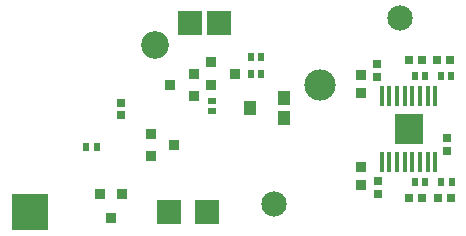
<source format=gbs>
G04 #@! TF.FileFunction,Soldermask,Bot*
%FSLAX46Y46*%
G04 Gerber Fmt 4.6, Leading zero omitted, Abs format (unit mm)*
G04 Created by KiCad (PCBNEW 0.201506222246+5806~23~ubuntu14.10.1-product) date Thu 09 Jul 2015 02:08:12 PM CDT*
%MOMM*%
G01*
G04 APERTURE LIST*
%ADD10C,0.100000*%
%ADD11R,3.152400X3.152400*%
%ADD12R,2.152400X2.152400*%
%ADD13C,2.152400*%
%ADD14R,0.652400X0.752400*%
%ADD15R,0.752400X0.652400*%
%ADD16R,0.902400X0.952400*%
%ADD17R,0.952500X0.952500*%
%ADD18R,0.552400X0.752400*%
%ADD19R,0.752400X0.552400*%
%ADD20R,1.052400X1.152400*%
%ADD21R,1.052400X1.252400*%
%ADD22R,0.402400X1.702400*%
%ADD23R,2.462400X2.612400*%
%ADD24C,2.652400*%
%ADD25C,2.352400*%
G04 APERTURE END LIST*
D10*
D11*
X105850000Y-106700000D03*
D12*
X119400000Y-90700000D03*
X120850000Y-106750000D03*
D13*
X126519940Y-106047540D03*
D14*
X113550000Y-97450000D03*
X113550000Y-98550000D03*
D15*
X141453960Y-93812360D03*
X140353960Y-93812360D03*
D14*
X135265160Y-95276760D03*
X135265160Y-94176760D03*
D16*
X133918960Y-104417560D03*
X133918960Y-102917560D03*
D15*
X139066360Y-93812360D03*
X137966360Y-93812360D03*
D14*
X141183360Y-101550560D03*
X141183360Y-100450560D03*
D15*
X137991760Y-105521760D03*
X139091760Y-105521760D03*
D16*
X133868160Y-95119760D03*
X133868160Y-96619760D03*
D14*
X135341360Y-105182760D03*
X135341360Y-104082760D03*
D15*
X141479360Y-105521760D03*
X140379360Y-105521760D03*
D17*
X116108480Y-101981040D03*
X116108480Y-100081040D03*
X118107460Y-101031040D03*
X111772660Y-105232200D03*
X113672660Y-105232200D03*
X112722660Y-107231180D03*
X121199240Y-95950000D03*
X121199240Y-94050000D03*
X123198220Y-95000000D03*
X119750760Y-95000000D03*
X119750760Y-96900000D03*
X117751780Y-95950000D03*
D18*
X141557160Y-95183960D03*
X140657160Y-95183960D03*
X139347360Y-95183960D03*
X138447360Y-95183960D03*
X141582560Y-104175560D03*
X140682560Y-104175560D03*
X139347360Y-104175560D03*
X138447360Y-104175560D03*
X110639440Y-101244400D03*
X111539440Y-101244400D03*
D19*
X121250000Y-97300000D03*
X121250000Y-98200000D03*
D18*
X124550000Y-93600000D03*
X125450000Y-93600000D03*
X124550000Y-95050000D03*
X125450000Y-95050000D03*
D20*
X127400000Y-97100000D03*
D21*
X124500000Y-97950000D03*
D20*
X127400000Y-98800000D03*
D22*
X135647000Y-96900080D03*
X136297000Y-96900080D03*
X136947000Y-96900080D03*
X137597000Y-96900080D03*
X138247000Y-96900080D03*
X138897000Y-96900080D03*
X139547000Y-96900080D03*
X140197000Y-96890080D03*
X140197000Y-102500080D03*
X139547000Y-102500080D03*
X138897000Y-102500080D03*
X138247000Y-102500080D03*
X137597000Y-102500080D03*
X136947000Y-102500080D03*
X136297000Y-102500080D03*
X135647000Y-102500080D03*
D23*
X137922000Y-99700080D03*
D24*
X130426460Y-95996760D03*
D25*
X116431060Y-92618560D03*
D13*
X137160000Y-90312240D03*
D12*
X121850000Y-90700000D03*
X117650000Y-106750000D03*
M02*

</source>
